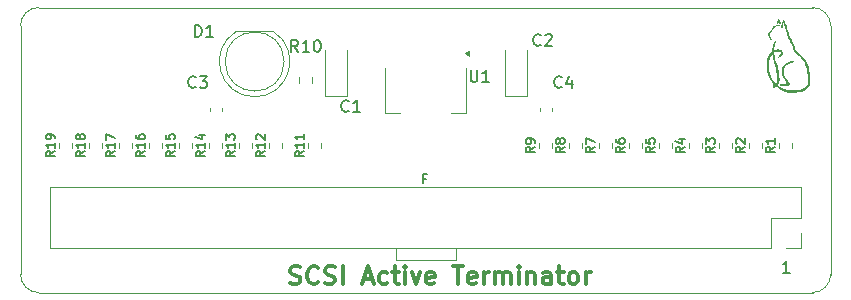
<source format=gbr>
%TF.GenerationSoftware,KiCad,Pcbnew,9.0.3-9.0.3-0~ubuntu22.04.1*%
%TF.CreationDate,2025-08-10T09:26:02-07:00*%
%TF.ProjectId,SCSI_terminator,53435349-5f74-4657-926d-696e61746f72,rev?*%
%TF.SameCoordinates,Original*%
%TF.FileFunction,Legend,Top*%
%TF.FilePolarity,Positive*%
%FSLAX46Y46*%
G04 Gerber Fmt 4.6, Leading zero omitted, Abs format (unit mm)*
G04 Created by KiCad (PCBNEW 9.0.3-9.0.3-0~ubuntu22.04.1) date 2025-08-10 09:26:02*
%MOMM*%
%LPD*%
G01*
G04 APERTURE LIST*
%ADD10C,0.127000*%
%ADD11C,0.300000*%
%ADD12C,0.150000*%
%ADD13C,0.100000*%
%ADD14C,0.120000*%
%ADD15C,0.002540*%
%TA.AperFunction,Profile*%
%ADD16C,0.050000*%
%TD*%
G04 APERTURE END LIST*
D10*
X179673647Y-110867056D02*
X179093075Y-110867056D01*
X179383361Y-110867056D02*
X179383361Y-109851056D01*
X179383361Y-109851056D02*
X179286599Y-109996199D01*
X179286599Y-109996199D02*
X179189837Y-110092961D01*
X179189837Y-110092961D02*
X179093075Y-110141342D01*
X148854980Y-102878998D02*
X148600980Y-102878998D01*
X148600980Y-103278141D02*
X148600980Y-102516141D01*
X148600980Y-102516141D02*
X148963837Y-102516141D01*
D11*
X137389082Y-111743400D02*
X137603368Y-111814828D01*
X137603368Y-111814828D02*
X137960510Y-111814828D01*
X137960510Y-111814828D02*
X138103368Y-111743400D01*
X138103368Y-111743400D02*
X138174796Y-111671971D01*
X138174796Y-111671971D02*
X138246225Y-111529114D01*
X138246225Y-111529114D02*
X138246225Y-111386257D01*
X138246225Y-111386257D02*
X138174796Y-111243400D01*
X138174796Y-111243400D02*
X138103368Y-111171971D01*
X138103368Y-111171971D02*
X137960510Y-111100542D01*
X137960510Y-111100542D02*
X137674796Y-111029114D01*
X137674796Y-111029114D02*
X137531939Y-110957685D01*
X137531939Y-110957685D02*
X137460510Y-110886257D01*
X137460510Y-110886257D02*
X137389082Y-110743400D01*
X137389082Y-110743400D02*
X137389082Y-110600542D01*
X137389082Y-110600542D02*
X137460510Y-110457685D01*
X137460510Y-110457685D02*
X137531939Y-110386257D01*
X137531939Y-110386257D02*
X137674796Y-110314828D01*
X137674796Y-110314828D02*
X138031939Y-110314828D01*
X138031939Y-110314828D02*
X138246225Y-110386257D01*
X139746224Y-111671971D02*
X139674796Y-111743400D01*
X139674796Y-111743400D02*
X139460510Y-111814828D01*
X139460510Y-111814828D02*
X139317653Y-111814828D01*
X139317653Y-111814828D02*
X139103367Y-111743400D01*
X139103367Y-111743400D02*
X138960510Y-111600542D01*
X138960510Y-111600542D02*
X138889081Y-111457685D01*
X138889081Y-111457685D02*
X138817653Y-111171971D01*
X138817653Y-111171971D02*
X138817653Y-110957685D01*
X138817653Y-110957685D02*
X138889081Y-110671971D01*
X138889081Y-110671971D02*
X138960510Y-110529114D01*
X138960510Y-110529114D02*
X139103367Y-110386257D01*
X139103367Y-110386257D02*
X139317653Y-110314828D01*
X139317653Y-110314828D02*
X139460510Y-110314828D01*
X139460510Y-110314828D02*
X139674796Y-110386257D01*
X139674796Y-110386257D02*
X139746224Y-110457685D01*
X140317653Y-111743400D02*
X140531939Y-111814828D01*
X140531939Y-111814828D02*
X140889081Y-111814828D01*
X140889081Y-111814828D02*
X141031939Y-111743400D01*
X141031939Y-111743400D02*
X141103367Y-111671971D01*
X141103367Y-111671971D02*
X141174796Y-111529114D01*
X141174796Y-111529114D02*
X141174796Y-111386257D01*
X141174796Y-111386257D02*
X141103367Y-111243400D01*
X141103367Y-111243400D02*
X141031939Y-111171971D01*
X141031939Y-111171971D02*
X140889081Y-111100542D01*
X140889081Y-111100542D02*
X140603367Y-111029114D01*
X140603367Y-111029114D02*
X140460510Y-110957685D01*
X140460510Y-110957685D02*
X140389081Y-110886257D01*
X140389081Y-110886257D02*
X140317653Y-110743400D01*
X140317653Y-110743400D02*
X140317653Y-110600542D01*
X140317653Y-110600542D02*
X140389081Y-110457685D01*
X140389081Y-110457685D02*
X140460510Y-110386257D01*
X140460510Y-110386257D02*
X140603367Y-110314828D01*
X140603367Y-110314828D02*
X140960510Y-110314828D01*
X140960510Y-110314828D02*
X141174796Y-110386257D01*
X141817652Y-111814828D02*
X141817652Y-110314828D01*
X143603367Y-111386257D02*
X144317653Y-111386257D01*
X143460510Y-111814828D02*
X143960510Y-110314828D01*
X143960510Y-110314828D02*
X144460510Y-111814828D01*
X145603367Y-111743400D02*
X145460509Y-111814828D01*
X145460509Y-111814828D02*
X145174795Y-111814828D01*
X145174795Y-111814828D02*
X145031938Y-111743400D01*
X145031938Y-111743400D02*
X144960509Y-111671971D01*
X144960509Y-111671971D02*
X144889081Y-111529114D01*
X144889081Y-111529114D02*
X144889081Y-111100542D01*
X144889081Y-111100542D02*
X144960509Y-110957685D01*
X144960509Y-110957685D02*
X145031938Y-110886257D01*
X145031938Y-110886257D02*
X145174795Y-110814828D01*
X145174795Y-110814828D02*
X145460509Y-110814828D01*
X145460509Y-110814828D02*
X145603367Y-110886257D01*
X146031938Y-110814828D02*
X146603366Y-110814828D01*
X146246223Y-110314828D02*
X146246223Y-111600542D01*
X146246223Y-111600542D02*
X146317652Y-111743400D01*
X146317652Y-111743400D02*
X146460509Y-111814828D01*
X146460509Y-111814828D02*
X146603366Y-111814828D01*
X147103366Y-111814828D02*
X147103366Y-110814828D01*
X147103366Y-110314828D02*
X147031938Y-110386257D01*
X147031938Y-110386257D02*
X147103366Y-110457685D01*
X147103366Y-110457685D02*
X147174795Y-110386257D01*
X147174795Y-110386257D02*
X147103366Y-110314828D01*
X147103366Y-110314828D02*
X147103366Y-110457685D01*
X147674795Y-110814828D02*
X148031938Y-111814828D01*
X148031938Y-111814828D02*
X148389081Y-110814828D01*
X149531938Y-111743400D02*
X149389081Y-111814828D01*
X149389081Y-111814828D02*
X149103367Y-111814828D01*
X149103367Y-111814828D02*
X148960509Y-111743400D01*
X148960509Y-111743400D02*
X148889081Y-111600542D01*
X148889081Y-111600542D02*
X148889081Y-111029114D01*
X148889081Y-111029114D02*
X148960509Y-110886257D01*
X148960509Y-110886257D02*
X149103367Y-110814828D01*
X149103367Y-110814828D02*
X149389081Y-110814828D01*
X149389081Y-110814828D02*
X149531938Y-110886257D01*
X149531938Y-110886257D02*
X149603367Y-111029114D01*
X149603367Y-111029114D02*
X149603367Y-111171971D01*
X149603367Y-111171971D02*
X148889081Y-111314828D01*
X151174795Y-110314828D02*
X152031938Y-110314828D01*
X151603366Y-111814828D02*
X151603366Y-110314828D01*
X153103366Y-111743400D02*
X152960509Y-111814828D01*
X152960509Y-111814828D02*
X152674795Y-111814828D01*
X152674795Y-111814828D02*
X152531937Y-111743400D01*
X152531937Y-111743400D02*
X152460509Y-111600542D01*
X152460509Y-111600542D02*
X152460509Y-111029114D01*
X152460509Y-111029114D02*
X152531937Y-110886257D01*
X152531937Y-110886257D02*
X152674795Y-110814828D01*
X152674795Y-110814828D02*
X152960509Y-110814828D01*
X152960509Y-110814828D02*
X153103366Y-110886257D01*
X153103366Y-110886257D02*
X153174795Y-111029114D01*
X153174795Y-111029114D02*
X153174795Y-111171971D01*
X153174795Y-111171971D02*
X152460509Y-111314828D01*
X153817651Y-111814828D02*
X153817651Y-110814828D01*
X153817651Y-111100542D02*
X153889080Y-110957685D01*
X153889080Y-110957685D02*
X153960509Y-110886257D01*
X153960509Y-110886257D02*
X154103366Y-110814828D01*
X154103366Y-110814828D02*
X154246223Y-110814828D01*
X154746222Y-111814828D02*
X154746222Y-110814828D01*
X154746222Y-110957685D02*
X154817651Y-110886257D01*
X154817651Y-110886257D02*
X154960508Y-110814828D01*
X154960508Y-110814828D02*
X155174794Y-110814828D01*
X155174794Y-110814828D02*
X155317651Y-110886257D01*
X155317651Y-110886257D02*
X155389080Y-111029114D01*
X155389080Y-111029114D02*
X155389080Y-111814828D01*
X155389080Y-111029114D02*
X155460508Y-110886257D01*
X155460508Y-110886257D02*
X155603365Y-110814828D01*
X155603365Y-110814828D02*
X155817651Y-110814828D01*
X155817651Y-110814828D02*
X155960508Y-110886257D01*
X155960508Y-110886257D02*
X156031937Y-111029114D01*
X156031937Y-111029114D02*
X156031937Y-111814828D01*
X156746222Y-111814828D02*
X156746222Y-110814828D01*
X156746222Y-110314828D02*
X156674794Y-110386257D01*
X156674794Y-110386257D02*
X156746222Y-110457685D01*
X156746222Y-110457685D02*
X156817651Y-110386257D01*
X156817651Y-110386257D02*
X156746222Y-110314828D01*
X156746222Y-110314828D02*
X156746222Y-110457685D01*
X157460508Y-110814828D02*
X157460508Y-111814828D01*
X157460508Y-110957685D02*
X157531937Y-110886257D01*
X157531937Y-110886257D02*
X157674794Y-110814828D01*
X157674794Y-110814828D02*
X157889080Y-110814828D01*
X157889080Y-110814828D02*
X158031937Y-110886257D01*
X158031937Y-110886257D02*
X158103366Y-111029114D01*
X158103366Y-111029114D02*
X158103366Y-111814828D01*
X159460509Y-111814828D02*
X159460509Y-111029114D01*
X159460509Y-111029114D02*
X159389080Y-110886257D01*
X159389080Y-110886257D02*
X159246223Y-110814828D01*
X159246223Y-110814828D02*
X158960509Y-110814828D01*
X158960509Y-110814828D02*
X158817651Y-110886257D01*
X159460509Y-111743400D02*
X159317651Y-111814828D01*
X159317651Y-111814828D02*
X158960509Y-111814828D01*
X158960509Y-111814828D02*
X158817651Y-111743400D01*
X158817651Y-111743400D02*
X158746223Y-111600542D01*
X158746223Y-111600542D02*
X158746223Y-111457685D01*
X158746223Y-111457685D02*
X158817651Y-111314828D01*
X158817651Y-111314828D02*
X158960509Y-111243400D01*
X158960509Y-111243400D02*
X159317651Y-111243400D01*
X159317651Y-111243400D02*
X159460509Y-111171971D01*
X159960509Y-110814828D02*
X160531937Y-110814828D01*
X160174794Y-110314828D02*
X160174794Y-111600542D01*
X160174794Y-111600542D02*
X160246223Y-111743400D01*
X160246223Y-111743400D02*
X160389080Y-111814828D01*
X160389080Y-111814828D02*
X160531937Y-111814828D01*
X161246223Y-111814828D02*
X161103366Y-111743400D01*
X161103366Y-111743400D02*
X161031937Y-111671971D01*
X161031937Y-111671971D02*
X160960509Y-111529114D01*
X160960509Y-111529114D02*
X160960509Y-111100542D01*
X160960509Y-111100542D02*
X161031937Y-110957685D01*
X161031937Y-110957685D02*
X161103366Y-110886257D01*
X161103366Y-110886257D02*
X161246223Y-110814828D01*
X161246223Y-110814828D02*
X161460509Y-110814828D01*
X161460509Y-110814828D02*
X161603366Y-110886257D01*
X161603366Y-110886257D02*
X161674795Y-110957685D01*
X161674795Y-110957685D02*
X161746223Y-111100542D01*
X161746223Y-111100542D02*
X161746223Y-111529114D01*
X161746223Y-111529114D02*
X161674795Y-111671971D01*
X161674795Y-111671971D02*
X161603366Y-111743400D01*
X161603366Y-111743400D02*
X161460509Y-111814828D01*
X161460509Y-111814828D02*
X161246223Y-111814828D01*
X162389080Y-111814828D02*
X162389080Y-110814828D01*
X162389080Y-111100542D02*
X162460509Y-110957685D01*
X162460509Y-110957685D02*
X162531938Y-110886257D01*
X162531938Y-110886257D02*
X162674795Y-110814828D01*
X162674795Y-110814828D02*
X162817652Y-110814828D01*
D12*
X129309905Y-90878819D02*
X129309905Y-89878819D01*
X129309905Y-89878819D02*
X129548000Y-89878819D01*
X129548000Y-89878819D02*
X129690857Y-89926438D01*
X129690857Y-89926438D02*
X129786095Y-90021676D01*
X129786095Y-90021676D02*
X129833714Y-90116914D01*
X129833714Y-90116914D02*
X129881333Y-90307390D01*
X129881333Y-90307390D02*
X129881333Y-90450247D01*
X129881333Y-90450247D02*
X129833714Y-90640723D01*
X129833714Y-90640723D02*
X129786095Y-90735961D01*
X129786095Y-90735961D02*
X129690857Y-90831200D01*
X129690857Y-90831200D02*
X129548000Y-90878819D01*
X129548000Y-90878819D02*
X129309905Y-90878819D01*
X130833714Y-90878819D02*
X130262286Y-90878819D01*
X130548000Y-90878819D02*
X130548000Y-89878819D01*
X130548000Y-89878819D02*
X130452762Y-90021676D01*
X130452762Y-90021676D02*
X130357524Y-90116914D01*
X130357524Y-90116914D02*
X130262286Y-90164533D01*
D10*
X165699911Y-100202999D02*
X165337054Y-100456999D01*
X165699911Y-100638428D02*
X164937911Y-100638428D01*
X164937911Y-100638428D02*
X164937911Y-100348142D01*
X164937911Y-100348142D02*
X164974197Y-100275571D01*
X164974197Y-100275571D02*
X165010483Y-100239285D01*
X165010483Y-100239285D02*
X165083054Y-100202999D01*
X165083054Y-100202999D02*
X165191911Y-100202999D01*
X165191911Y-100202999D02*
X165264483Y-100239285D01*
X165264483Y-100239285D02*
X165300768Y-100275571D01*
X165300768Y-100275571D02*
X165337054Y-100348142D01*
X165337054Y-100348142D02*
X165337054Y-100638428D01*
X164937911Y-99549857D02*
X164937911Y-99694999D01*
X164937911Y-99694999D02*
X164974197Y-99767571D01*
X164974197Y-99767571D02*
X165010483Y-99803857D01*
X165010483Y-99803857D02*
X165119340Y-99876428D01*
X165119340Y-99876428D02*
X165264483Y-99912714D01*
X165264483Y-99912714D02*
X165554768Y-99912714D01*
X165554768Y-99912714D02*
X165627340Y-99876428D01*
X165627340Y-99876428D02*
X165663626Y-99840142D01*
X165663626Y-99840142D02*
X165699911Y-99767571D01*
X165699911Y-99767571D02*
X165699911Y-99622428D01*
X165699911Y-99622428D02*
X165663626Y-99549857D01*
X165663626Y-99549857D02*
X165627340Y-99513571D01*
X165627340Y-99513571D02*
X165554768Y-99477285D01*
X165554768Y-99477285D02*
X165373340Y-99477285D01*
X165373340Y-99477285D02*
X165300768Y-99513571D01*
X165300768Y-99513571D02*
X165264483Y-99549857D01*
X165264483Y-99549857D02*
X165228197Y-99622428D01*
X165228197Y-99622428D02*
X165228197Y-99767571D01*
X165228197Y-99767571D02*
X165264483Y-99840142D01*
X165264483Y-99840142D02*
X165300768Y-99876428D01*
X165300768Y-99876428D02*
X165373340Y-99912714D01*
X122519911Y-100565856D02*
X122157054Y-100819856D01*
X122519911Y-101001285D02*
X121757911Y-101001285D01*
X121757911Y-101001285D02*
X121757911Y-100710999D01*
X121757911Y-100710999D02*
X121794197Y-100638428D01*
X121794197Y-100638428D02*
X121830483Y-100602142D01*
X121830483Y-100602142D02*
X121903054Y-100565856D01*
X121903054Y-100565856D02*
X122011911Y-100565856D01*
X122011911Y-100565856D02*
X122084483Y-100602142D01*
X122084483Y-100602142D02*
X122120768Y-100638428D01*
X122120768Y-100638428D02*
X122157054Y-100710999D01*
X122157054Y-100710999D02*
X122157054Y-101001285D01*
X122519911Y-99840142D02*
X122519911Y-100275571D01*
X122519911Y-100057856D02*
X121757911Y-100057856D01*
X121757911Y-100057856D02*
X121866768Y-100130428D01*
X121866768Y-100130428D02*
X121939340Y-100202999D01*
X121939340Y-100202999D02*
X121975626Y-100275571D01*
X121757911Y-99586142D02*
X121757911Y-99078142D01*
X121757911Y-99078142D02*
X122519911Y-99404714D01*
X163159911Y-100202999D02*
X162797054Y-100456999D01*
X163159911Y-100638428D02*
X162397911Y-100638428D01*
X162397911Y-100638428D02*
X162397911Y-100348142D01*
X162397911Y-100348142D02*
X162434197Y-100275571D01*
X162434197Y-100275571D02*
X162470483Y-100239285D01*
X162470483Y-100239285D02*
X162543054Y-100202999D01*
X162543054Y-100202999D02*
X162651911Y-100202999D01*
X162651911Y-100202999D02*
X162724483Y-100239285D01*
X162724483Y-100239285D02*
X162760768Y-100275571D01*
X162760768Y-100275571D02*
X162797054Y-100348142D01*
X162797054Y-100348142D02*
X162797054Y-100638428D01*
X162397911Y-99948999D02*
X162397911Y-99440999D01*
X162397911Y-99440999D02*
X163159911Y-99767571D01*
X178399911Y-100202999D02*
X178037054Y-100456999D01*
X178399911Y-100638428D02*
X177637911Y-100638428D01*
X177637911Y-100638428D02*
X177637911Y-100348142D01*
X177637911Y-100348142D02*
X177674197Y-100275571D01*
X177674197Y-100275571D02*
X177710483Y-100239285D01*
X177710483Y-100239285D02*
X177783054Y-100202999D01*
X177783054Y-100202999D02*
X177891911Y-100202999D01*
X177891911Y-100202999D02*
X177964483Y-100239285D01*
X177964483Y-100239285D02*
X178000768Y-100275571D01*
X178000768Y-100275571D02*
X178037054Y-100348142D01*
X178037054Y-100348142D02*
X178037054Y-100638428D01*
X178399911Y-99477285D02*
X178399911Y-99912714D01*
X178399911Y-99694999D02*
X177637911Y-99694999D01*
X177637911Y-99694999D02*
X177746768Y-99767571D01*
X177746768Y-99767571D02*
X177819340Y-99840142D01*
X177819340Y-99840142D02*
X177855626Y-99912714D01*
X160619911Y-100202999D02*
X160257054Y-100456999D01*
X160619911Y-100638428D02*
X159857911Y-100638428D01*
X159857911Y-100638428D02*
X159857911Y-100348142D01*
X159857911Y-100348142D02*
X159894197Y-100275571D01*
X159894197Y-100275571D02*
X159930483Y-100239285D01*
X159930483Y-100239285D02*
X160003054Y-100202999D01*
X160003054Y-100202999D02*
X160111911Y-100202999D01*
X160111911Y-100202999D02*
X160184483Y-100239285D01*
X160184483Y-100239285D02*
X160220768Y-100275571D01*
X160220768Y-100275571D02*
X160257054Y-100348142D01*
X160257054Y-100348142D02*
X160257054Y-100638428D01*
X160184483Y-99767571D02*
X160148197Y-99840142D01*
X160148197Y-99840142D02*
X160111911Y-99876428D01*
X160111911Y-99876428D02*
X160039340Y-99912714D01*
X160039340Y-99912714D02*
X160003054Y-99912714D01*
X160003054Y-99912714D02*
X159930483Y-99876428D01*
X159930483Y-99876428D02*
X159894197Y-99840142D01*
X159894197Y-99840142D02*
X159857911Y-99767571D01*
X159857911Y-99767571D02*
X159857911Y-99622428D01*
X159857911Y-99622428D02*
X159894197Y-99549857D01*
X159894197Y-99549857D02*
X159930483Y-99513571D01*
X159930483Y-99513571D02*
X160003054Y-99477285D01*
X160003054Y-99477285D02*
X160039340Y-99477285D01*
X160039340Y-99477285D02*
X160111911Y-99513571D01*
X160111911Y-99513571D02*
X160148197Y-99549857D01*
X160148197Y-99549857D02*
X160184483Y-99622428D01*
X160184483Y-99622428D02*
X160184483Y-99767571D01*
X160184483Y-99767571D02*
X160220768Y-99840142D01*
X160220768Y-99840142D02*
X160257054Y-99876428D01*
X160257054Y-99876428D02*
X160329626Y-99912714D01*
X160329626Y-99912714D02*
X160474768Y-99912714D01*
X160474768Y-99912714D02*
X160547340Y-99876428D01*
X160547340Y-99876428D02*
X160583626Y-99840142D01*
X160583626Y-99840142D02*
X160619911Y-99767571D01*
X160619911Y-99767571D02*
X160619911Y-99622428D01*
X160619911Y-99622428D02*
X160583626Y-99549857D01*
X160583626Y-99549857D02*
X160547340Y-99513571D01*
X160547340Y-99513571D02*
X160474768Y-99477285D01*
X160474768Y-99477285D02*
X160329626Y-99477285D01*
X160329626Y-99477285D02*
X160257054Y-99513571D01*
X160257054Y-99513571D02*
X160220768Y-99549857D01*
X160220768Y-99549857D02*
X160184483Y-99622428D01*
D12*
X152654095Y-93688819D02*
X152654095Y-94498342D01*
X152654095Y-94498342D02*
X152701714Y-94593580D01*
X152701714Y-94593580D02*
X152749333Y-94641200D01*
X152749333Y-94641200D02*
X152844571Y-94688819D01*
X152844571Y-94688819D02*
X153035047Y-94688819D01*
X153035047Y-94688819D02*
X153130285Y-94641200D01*
X153130285Y-94641200D02*
X153177904Y-94593580D01*
X153177904Y-94593580D02*
X153225523Y-94498342D01*
X153225523Y-94498342D02*
X153225523Y-93688819D01*
X154225523Y-94688819D02*
X153654095Y-94688819D01*
X153939809Y-94688819D02*
X153939809Y-93688819D01*
X153939809Y-93688819D02*
X153844571Y-93831676D01*
X153844571Y-93831676D02*
X153749333Y-93926914D01*
X153749333Y-93926914D02*
X153654095Y-93974533D01*
D10*
X125059911Y-100565856D02*
X124697054Y-100819856D01*
X125059911Y-101001285D02*
X124297911Y-101001285D01*
X124297911Y-101001285D02*
X124297911Y-100710999D01*
X124297911Y-100710999D02*
X124334197Y-100638428D01*
X124334197Y-100638428D02*
X124370483Y-100602142D01*
X124370483Y-100602142D02*
X124443054Y-100565856D01*
X124443054Y-100565856D02*
X124551911Y-100565856D01*
X124551911Y-100565856D02*
X124624483Y-100602142D01*
X124624483Y-100602142D02*
X124660768Y-100638428D01*
X124660768Y-100638428D02*
X124697054Y-100710999D01*
X124697054Y-100710999D02*
X124697054Y-101001285D01*
X125059911Y-99840142D02*
X125059911Y-100275571D01*
X125059911Y-100057856D02*
X124297911Y-100057856D01*
X124297911Y-100057856D02*
X124406768Y-100130428D01*
X124406768Y-100130428D02*
X124479340Y-100202999D01*
X124479340Y-100202999D02*
X124515626Y-100275571D01*
X124297911Y-99187000D02*
X124297911Y-99332142D01*
X124297911Y-99332142D02*
X124334197Y-99404714D01*
X124334197Y-99404714D02*
X124370483Y-99441000D01*
X124370483Y-99441000D02*
X124479340Y-99513571D01*
X124479340Y-99513571D02*
X124624483Y-99549857D01*
X124624483Y-99549857D02*
X124914768Y-99549857D01*
X124914768Y-99549857D02*
X124987340Y-99513571D01*
X124987340Y-99513571D02*
X125023626Y-99477285D01*
X125023626Y-99477285D02*
X125059911Y-99404714D01*
X125059911Y-99404714D02*
X125059911Y-99259571D01*
X125059911Y-99259571D02*
X125023626Y-99187000D01*
X125023626Y-99187000D02*
X124987340Y-99150714D01*
X124987340Y-99150714D02*
X124914768Y-99114428D01*
X124914768Y-99114428D02*
X124733340Y-99114428D01*
X124733340Y-99114428D02*
X124660768Y-99150714D01*
X124660768Y-99150714D02*
X124624483Y-99187000D01*
X124624483Y-99187000D02*
X124588197Y-99259571D01*
X124588197Y-99259571D02*
X124588197Y-99404714D01*
X124588197Y-99404714D02*
X124624483Y-99477285D01*
X124624483Y-99477285D02*
X124660768Y-99513571D01*
X124660768Y-99513571D02*
X124733340Y-99549857D01*
X130139911Y-100565856D02*
X129777054Y-100819856D01*
X130139911Y-101001285D02*
X129377911Y-101001285D01*
X129377911Y-101001285D02*
X129377911Y-100710999D01*
X129377911Y-100710999D02*
X129414197Y-100638428D01*
X129414197Y-100638428D02*
X129450483Y-100602142D01*
X129450483Y-100602142D02*
X129523054Y-100565856D01*
X129523054Y-100565856D02*
X129631911Y-100565856D01*
X129631911Y-100565856D02*
X129704483Y-100602142D01*
X129704483Y-100602142D02*
X129740768Y-100638428D01*
X129740768Y-100638428D02*
X129777054Y-100710999D01*
X129777054Y-100710999D02*
X129777054Y-101001285D01*
X130139911Y-99840142D02*
X130139911Y-100275571D01*
X130139911Y-100057856D02*
X129377911Y-100057856D01*
X129377911Y-100057856D02*
X129486768Y-100130428D01*
X129486768Y-100130428D02*
X129559340Y-100202999D01*
X129559340Y-100202999D02*
X129595626Y-100275571D01*
X129631911Y-99187000D02*
X130139911Y-99187000D01*
X129341626Y-99368428D02*
X129885911Y-99549857D01*
X129885911Y-99549857D02*
X129885911Y-99078142D01*
X119979911Y-100565856D02*
X119617054Y-100819856D01*
X119979911Y-101001285D02*
X119217911Y-101001285D01*
X119217911Y-101001285D02*
X119217911Y-100710999D01*
X119217911Y-100710999D02*
X119254197Y-100638428D01*
X119254197Y-100638428D02*
X119290483Y-100602142D01*
X119290483Y-100602142D02*
X119363054Y-100565856D01*
X119363054Y-100565856D02*
X119471911Y-100565856D01*
X119471911Y-100565856D02*
X119544483Y-100602142D01*
X119544483Y-100602142D02*
X119580768Y-100638428D01*
X119580768Y-100638428D02*
X119617054Y-100710999D01*
X119617054Y-100710999D02*
X119617054Y-101001285D01*
X119979911Y-99840142D02*
X119979911Y-100275571D01*
X119979911Y-100057856D02*
X119217911Y-100057856D01*
X119217911Y-100057856D02*
X119326768Y-100130428D01*
X119326768Y-100130428D02*
X119399340Y-100202999D01*
X119399340Y-100202999D02*
X119435626Y-100275571D01*
X119544483Y-99404714D02*
X119508197Y-99477285D01*
X119508197Y-99477285D02*
X119471911Y-99513571D01*
X119471911Y-99513571D02*
X119399340Y-99549857D01*
X119399340Y-99549857D02*
X119363054Y-99549857D01*
X119363054Y-99549857D02*
X119290483Y-99513571D01*
X119290483Y-99513571D02*
X119254197Y-99477285D01*
X119254197Y-99477285D02*
X119217911Y-99404714D01*
X119217911Y-99404714D02*
X119217911Y-99259571D01*
X119217911Y-99259571D02*
X119254197Y-99187000D01*
X119254197Y-99187000D02*
X119290483Y-99150714D01*
X119290483Y-99150714D02*
X119363054Y-99114428D01*
X119363054Y-99114428D02*
X119399340Y-99114428D01*
X119399340Y-99114428D02*
X119471911Y-99150714D01*
X119471911Y-99150714D02*
X119508197Y-99187000D01*
X119508197Y-99187000D02*
X119544483Y-99259571D01*
X119544483Y-99259571D02*
X119544483Y-99404714D01*
X119544483Y-99404714D02*
X119580768Y-99477285D01*
X119580768Y-99477285D02*
X119617054Y-99513571D01*
X119617054Y-99513571D02*
X119689626Y-99549857D01*
X119689626Y-99549857D02*
X119834768Y-99549857D01*
X119834768Y-99549857D02*
X119907340Y-99513571D01*
X119907340Y-99513571D02*
X119943626Y-99477285D01*
X119943626Y-99477285D02*
X119979911Y-99404714D01*
X119979911Y-99404714D02*
X119979911Y-99259571D01*
X119979911Y-99259571D02*
X119943626Y-99187000D01*
X119943626Y-99187000D02*
X119907340Y-99150714D01*
X119907340Y-99150714D02*
X119834768Y-99114428D01*
X119834768Y-99114428D02*
X119689626Y-99114428D01*
X119689626Y-99114428D02*
X119617054Y-99150714D01*
X119617054Y-99150714D02*
X119580768Y-99187000D01*
X119580768Y-99187000D02*
X119544483Y-99259571D01*
D12*
X158583333Y-91545580D02*
X158535714Y-91593200D01*
X158535714Y-91593200D02*
X158392857Y-91640819D01*
X158392857Y-91640819D02*
X158297619Y-91640819D01*
X158297619Y-91640819D02*
X158154762Y-91593200D01*
X158154762Y-91593200D02*
X158059524Y-91497961D01*
X158059524Y-91497961D02*
X158011905Y-91402723D01*
X158011905Y-91402723D02*
X157964286Y-91212247D01*
X157964286Y-91212247D02*
X157964286Y-91069390D01*
X157964286Y-91069390D02*
X158011905Y-90878914D01*
X158011905Y-90878914D02*
X158059524Y-90783676D01*
X158059524Y-90783676D02*
X158154762Y-90688438D01*
X158154762Y-90688438D02*
X158297619Y-90640819D01*
X158297619Y-90640819D02*
X158392857Y-90640819D01*
X158392857Y-90640819D02*
X158535714Y-90688438D01*
X158535714Y-90688438D02*
X158583333Y-90736057D01*
X158964286Y-90736057D02*
X159011905Y-90688438D01*
X159011905Y-90688438D02*
X159107143Y-90640819D01*
X159107143Y-90640819D02*
X159345238Y-90640819D01*
X159345238Y-90640819D02*
X159440476Y-90688438D01*
X159440476Y-90688438D02*
X159488095Y-90736057D01*
X159488095Y-90736057D02*
X159535714Y-90831295D01*
X159535714Y-90831295D02*
X159535714Y-90926533D01*
X159535714Y-90926533D02*
X159488095Y-91069390D01*
X159488095Y-91069390D02*
X158916667Y-91640819D01*
X158916667Y-91640819D02*
X159535714Y-91640819D01*
X138041142Y-92148819D02*
X137707809Y-91672628D01*
X137469714Y-92148819D02*
X137469714Y-91148819D01*
X137469714Y-91148819D02*
X137850666Y-91148819D01*
X137850666Y-91148819D02*
X137945904Y-91196438D01*
X137945904Y-91196438D02*
X137993523Y-91244057D01*
X137993523Y-91244057D02*
X138041142Y-91339295D01*
X138041142Y-91339295D02*
X138041142Y-91482152D01*
X138041142Y-91482152D02*
X137993523Y-91577390D01*
X137993523Y-91577390D02*
X137945904Y-91625009D01*
X137945904Y-91625009D02*
X137850666Y-91672628D01*
X137850666Y-91672628D02*
X137469714Y-91672628D01*
X138993523Y-92148819D02*
X138422095Y-92148819D01*
X138707809Y-92148819D02*
X138707809Y-91148819D01*
X138707809Y-91148819D02*
X138612571Y-91291676D01*
X138612571Y-91291676D02*
X138517333Y-91386914D01*
X138517333Y-91386914D02*
X138422095Y-91434533D01*
X139612571Y-91148819D02*
X139707809Y-91148819D01*
X139707809Y-91148819D02*
X139803047Y-91196438D01*
X139803047Y-91196438D02*
X139850666Y-91244057D01*
X139850666Y-91244057D02*
X139898285Y-91339295D01*
X139898285Y-91339295D02*
X139945904Y-91529771D01*
X139945904Y-91529771D02*
X139945904Y-91767866D01*
X139945904Y-91767866D02*
X139898285Y-91958342D01*
X139898285Y-91958342D02*
X139850666Y-92053580D01*
X139850666Y-92053580D02*
X139803047Y-92101200D01*
X139803047Y-92101200D02*
X139707809Y-92148819D01*
X139707809Y-92148819D02*
X139612571Y-92148819D01*
X139612571Y-92148819D02*
X139517333Y-92101200D01*
X139517333Y-92101200D02*
X139469714Y-92053580D01*
X139469714Y-92053580D02*
X139422095Y-91958342D01*
X139422095Y-91958342D02*
X139374476Y-91767866D01*
X139374476Y-91767866D02*
X139374476Y-91529771D01*
X139374476Y-91529771D02*
X139422095Y-91339295D01*
X139422095Y-91339295D02*
X139469714Y-91244057D01*
X139469714Y-91244057D02*
X139517333Y-91196438D01*
X139517333Y-91196438D02*
X139612571Y-91148819D01*
D10*
X135219911Y-100565856D02*
X134857054Y-100819856D01*
X135219911Y-101001285D02*
X134457911Y-101001285D01*
X134457911Y-101001285D02*
X134457911Y-100710999D01*
X134457911Y-100710999D02*
X134494197Y-100638428D01*
X134494197Y-100638428D02*
X134530483Y-100602142D01*
X134530483Y-100602142D02*
X134603054Y-100565856D01*
X134603054Y-100565856D02*
X134711911Y-100565856D01*
X134711911Y-100565856D02*
X134784483Y-100602142D01*
X134784483Y-100602142D02*
X134820768Y-100638428D01*
X134820768Y-100638428D02*
X134857054Y-100710999D01*
X134857054Y-100710999D02*
X134857054Y-101001285D01*
X135219911Y-99840142D02*
X135219911Y-100275571D01*
X135219911Y-100057856D02*
X134457911Y-100057856D01*
X134457911Y-100057856D02*
X134566768Y-100130428D01*
X134566768Y-100130428D02*
X134639340Y-100202999D01*
X134639340Y-100202999D02*
X134675626Y-100275571D01*
X134530483Y-99549857D02*
X134494197Y-99513571D01*
X134494197Y-99513571D02*
X134457911Y-99441000D01*
X134457911Y-99441000D02*
X134457911Y-99259571D01*
X134457911Y-99259571D02*
X134494197Y-99187000D01*
X134494197Y-99187000D02*
X134530483Y-99150714D01*
X134530483Y-99150714D02*
X134603054Y-99114428D01*
X134603054Y-99114428D02*
X134675626Y-99114428D01*
X134675626Y-99114428D02*
X134784483Y-99150714D01*
X134784483Y-99150714D02*
X135219911Y-99586142D01*
X135219911Y-99586142D02*
X135219911Y-99114428D01*
D12*
X160361333Y-95101580D02*
X160313714Y-95149200D01*
X160313714Y-95149200D02*
X160170857Y-95196819D01*
X160170857Y-95196819D02*
X160075619Y-95196819D01*
X160075619Y-95196819D02*
X159932762Y-95149200D01*
X159932762Y-95149200D02*
X159837524Y-95053961D01*
X159837524Y-95053961D02*
X159789905Y-94958723D01*
X159789905Y-94958723D02*
X159742286Y-94768247D01*
X159742286Y-94768247D02*
X159742286Y-94625390D01*
X159742286Y-94625390D02*
X159789905Y-94434914D01*
X159789905Y-94434914D02*
X159837524Y-94339676D01*
X159837524Y-94339676D02*
X159932762Y-94244438D01*
X159932762Y-94244438D02*
X160075619Y-94196819D01*
X160075619Y-94196819D02*
X160170857Y-94196819D01*
X160170857Y-94196819D02*
X160313714Y-94244438D01*
X160313714Y-94244438D02*
X160361333Y-94292057D01*
X161218476Y-94530152D02*
X161218476Y-95196819D01*
X160980381Y-94149200D02*
X160742286Y-94863485D01*
X160742286Y-94863485D02*
X161361333Y-94863485D01*
D10*
X173319911Y-100202999D02*
X172957054Y-100456999D01*
X173319911Y-100638428D02*
X172557911Y-100638428D01*
X172557911Y-100638428D02*
X172557911Y-100348142D01*
X172557911Y-100348142D02*
X172594197Y-100275571D01*
X172594197Y-100275571D02*
X172630483Y-100239285D01*
X172630483Y-100239285D02*
X172703054Y-100202999D01*
X172703054Y-100202999D02*
X172811911Y-100202999D01*
X172811911Y-100202999D02*
X172884483Y-100239285D01*
X172884483Y-100239285D02*
X172920768Y-100275571D01*
X172920768Y-100275571D02*
X172957054Y-100348142D01*
X172957054Y-100348142D02*
X172957054Y-100638428D01*
X172557911Y-99948999D02*
X172557911Y-99477285D01*
X172557911Y-99477285D02*
X172848197Y-99731285D01*
X172848197Y-99731285D02*
X172848197Y-99622428D01*
X172848197Y-99622428D02*
X172884483Y-99549857D01*
X172884483Y-99549857D02*
X172920768Y-99513571D01*
X172920768Y-99513571D02*
X172993340Y-99477285D01*
X172993340Y-99477285D02*
X173174768Y-99477285D01*
X173174768Y-99477285D02*
X173247340Y-99513571D01*
X173247340Y-99513571D02*
X173283626Y-99549857D01*
X173283626Y-99549857D02*
X173319911Y-99622428D01*
X173319911Y-99622428D02*
X173319911Y-99840142D01*
X173319911Y-99840142D02*
X173283626Y-99912714D01*
X173283626Y-99912714D02*
X173247340Y-99948999D01*
X117439911Y-100565856D02*
X117077054Y-100819856D01*
X117439911Y-101001285D02*
X116677911Y-101001285D01*
X116677911Y-101001285D02*
X116677911Y-100710999D01*
X116677911Y-100710999D02*
X116714197Y-100638428D01*
X116714197Y-100638428D02*
X116750483Y-100602142D01*
X116750483Y-100602142D02*
X116823054Y-100565856D01*
X116823054Y-100565856D02*
X116931911Y-100565856D01*
X116931911Y-100565856D02*
X117004483Y-100602142D01*
X117004483Y-100602142D02*
X117040768Y-100638428D01*
X117040768Y-100638428D02*
X117077054Y-100710999D01*
X117077054Y-100710999D02*
X117077054Y-101001285D01*
X117439911Y-99840142D02*
X117439911Y-100275571D01*
X117439911Y-100057856D02*
X116677911Y-100057856D01*
X116677911Y-100057856D02*
X116786768Y-100130428D01*
X116786768Y-100130428D02*
X116859340Y-100202999D01*
X116859340Y-100202999D02*
X116895626Y-100275571D01*
X117439911Y-99477285D02*
X117439911Y-99332142D01*
X117439911Y-99332142D02*
X117403626Y-99259571D01*
X117403626Y-99259571D02*
X117367340Y-99223285D01*
X117367340Y-99223285D02*
X117258483Y-99150714D01*
X117258483Y-99150714D02*
X117113340Y-99114428D01*
X117113340Y-99114428D02*
X116823054Y-99114428D01*
X116823054Y-99114428D02*
X116750483Y-99150714D01*
X116750483Y-99150714D02*
X116714197Y-99187000D01*
X116714197Y-99187000D02*
X116677911Y-99259571D01*
X116677911Y-99259571D02*
X116677911Y-99404714D01*
X116677911Y-99404714D02*
X116714197Y-99477285D01*
X116714197Y-99477285D02*
X116750483Y-99513571D01*
X116750483Y-99513571D02*
X116823054Y-99549857D01*
X116823054Y-99549857D02*
X117004483Y-99549857D01*
X117004483Y-99549857D02*
X117077054Y-99513571D01*
X117077054Y-99513571D02*
X117113340Y-99477285D01*
X117113340Y-99477285D02*
X117149626Y-99404714D01*
X117149626Y-99404714D02*
X117149626Y-99259571D01*
X117149626Y-99259571D02*
X117113340Y-99187000D01*
X117113340Y-99187000D02*
X117077054Y-99150714D01*
X117077054Y-99150714D02*
X117004483Y-99114428D01*
X158079911Y-100202999D02*
X157717054Y-100456999D01*
X158079911Y-100638428D02*
X157317911Y-100638428D01*
X157317911Y-100638428D02*
X157317911Y-100348142D01*
X157317911Y-100348142D02*
X157354197Y-100275571D01*
X157354197Y-100275571D02*
X157390483Y-100239285D01*
X157390483Y-100239285D02*
X157463054Y-100202999D01*
X157463054Y-100202999D02*
X157571911Y-100202999D01*
X157571911Y-100202999D02*
X157644483Y-100239285D01*
X157644483Y-100239285D02*
X157680768Y-100275571D01*
X157680768Y-100275571D02*
X157717054Y-100348142D01*
X157717054Y-100348142D02*
X157717054Y-100638428D01*
X158079911Y-99840142D02*
X158079911Y-99694999D01*
X158079911Y-99694999D02*
X158043626Y-99622428D01*
X158043626Y-99622428D02*
X158007340Y-99586142D01*
X158007340Y-99586142D02*
X157898483Y-99513571D01*
X157898483Y-99513571D02*
X157753340Y-99477285D01*
X157753340Y-99477285D02*
X157463054Y-99477285D01*
X157463054Y-99477285D02*
X157390483Y-99513571D01*
X157390483Y-99513571D02*
X157354197Y-99549857D01*
X157354197Y-99549857D02*
X157317911Y-99622428D01*
X157317911Y-99622428D02*
X157317911Y-99767571D01*
X157317911Y-99767571D02*
X157354197Y-99840142D01*
X157354197Y-99840142D02*
X157390483Y-99876428D01*
X157390483Y-99876428D02*
X157463054Y-99912714D01*
X157463054Y-99912714D02*
X157644483Y-99912714D01*
X157644483Y-99912714D02*
X157717054Y-99876428D01*
X157717054Y-99876428D02*
X157753340Y-99840142D01*
X157753340Y-99840142D02*
X157789626Y-99767571D01*
X157789626Y-99767571D02*
X157789626Y-99622428D01*
X157789626Y-99622428D02*
X157753340Y-99549857D01*
X157753340Y-99549857D02*
X157717054Y-99513571D01*
X157717054Y-99513571D02*
X157644483Y-99477285D01*
X127599911Y-100565856D02*
X127237054Y-100819856D01*
X127599911Y-101001285D02*
X126837911Y-101001285D01*
X126837911Y-101001285D02*
X126837911Y-100710999D01*
X126837911Y-100710999D02*
X126874197Y-100638428D01*
X126874197Y-100638428D02*
X126910483Y-100602142D01*
X126910483Y-100602142D02*
X126983054Y-100565856D01*
X126983054Y-100565856D02*
X127091911Y-100565856D01*
X127091911Y-100565856D02*
X127164483Y-100602142D01*
X127164483Y-100602142D02*
X127200768Y-100638428D01*
X127200768Y-100638428D02*
X127237054Y-100710999D01*
X127237054Y-100710999D02*
X127237054Y-101001285D01*
X127599911Y-99840142D02*
X127599911Y-100275571D01*
X127599911Y-100057856D02*
X126837911Y-100057856D01*
X126837911Y-100057856D02*
X126946768Y-100130428D01*
X126946768Y-100130428D02*
X127019340Y-100202999D01*
X127019340Y-100202999D02*
X127055626Y-100275571D01*
X126837911Y-99150714D02*
X126837911Y-99513571D01*
X126837911Y-99513571D02*
X127200768Y-99549857D01*
X127200768Y-99549857D02*
X127164483Y-99513571D01*
X127164483Y-99513571D02*
X127128197Y-99441000D01*
X127128197Y-99441000D02*
X127128197Y-99259571D01*
X127128197Y-99259571D02*
X127164483Y-99187000D01*
X127164483Y-99187000D02*
X127200768Y-99150714D01*
X127200768Y-99150714D02*
X127273340Y-99114428D01*
X127273340Y-99114428D02*
X127454768Y-99114428D01*
X127454768Y-99114428D02*
X127527340Y-99150714D01*
X127527340Y-99150714D02*
X127563626Y-99187000D01*
X127563626Y-99187000D02*
X127599911Y-99259571D01*
X127599911Y-99259571D02*
X127599911Y-99441000D01*
X127599911Y-99441000D02*
X127563626Y-99513571D01*
X127563626Y-99513571D02*
X127527340Y-99549857D01*
X132679911Y-100565856D02*
X132317054Y-100819856D01*
X132679911Y-101001285D02*
X131917911Y-101001285D01*
X131917911Y-101001285D02*
X131917911Y-100710999D01*
X131917911Y-100710999D02*
X131954197Y-100638428D01*
X131954197Y-100638428D02*
X131990483Y-100602142D01*
X131990483Y-100602142D02*
X132063054Y-100565856D01*
X132063054Y-100565856D02*
X132171911Y-100565856D01*
X132171911Y-100565856D02*
X132244483Y-100602142D01*
X132244483Y-100602142D02*
X132280768Y-100638428D01*
X132280768Y-100638428D02*
X132317054Y-100710999D01*
X132317054Y-100710999D02*
X132317054Y-101001285D01*
X132679911Y-99840142D02*
X132679911Y-100275571D01*
X132679911Y-100057856D02*
X131917911Y-100057856D01*
X131917911Y-100057856D02*
X132026768Y-100130428D01*
X132026768Y-100130428D02*
X132099340Y-100202999D01*
X132099340Y-100202999D02*
X132135626Y-100275571D01*
X131917911Y-99586142D02*
X131917911Y-99114428D01*
X131917911Y-99114428D02*
X132208197Y-99368428D01*
X132208197Y-99368428D02*
X132208197Y-99259571D01*
X132208197Y-99259571D02*
X132244483Y-99187000D01*
X132244483Y-99187000D02*
X132280768Y-99150714D01*
X132280768Y-99150714D02*
X132353340Y-99114428D01*
X132353340Y-99114428D02*
X132534768Y-99114428D01*
X132534768Y-99114428D02*
X132607340Y-99150714D01*
X132607340Y-99150714D02*
X132643626Y-99187000D01*
X132643626Y-99187000D02*
X132679911Y-99259571D01*
X132679911Y-99259571D02*
X132679911Y-99477285D01*
X132679911Y-99477285D02*
X132643626Y-99549857D01*
X132643626Y-99549857D02*
X132607340Y-99586142D01*
X170779911Y-100202999D02*
X170417054Y-100456999D01*
X170779911Y-100638428D02*
X170017911Y-100638428D01*
X170017911Y-100638428D02*
X170017911Y-100348142D01*
X170017911Y-100348142D02*
X170054197Y-100275571D01*
X170054197Y-100275571D02*
X170090483Y-100239285D01*
X170090483Y-100239285D02*
X170163054Y-100202999D01*
X170163054Y-100202999D02*
X170271911Y-100202999D01*
X170271911Y-100202999D02*
X170344483Y-100239285D01*
X170344483Y-100239285D02*
X170380768Y-100275571D01*
X170380768Y-100275571D02*
X170417054Y-100348142D01*
X170417054Y-100348142D02*
X170417054Y-100638428D01*
X170271911Y-99549857D02*
X170779911Y-99549857D01*
X169981626Y-99731285D02*
X170525911Y-99912714D01*
X170525911Y-99912714D02*
X170525911Y-99440999D01*
X168239911Y-100202999D02*
X167877054Y-100456999D01*
X168239911Y-100638428D02*
X167477911Y-100638428D01*
X167477911Y-100638428D02*
X167477911Y-100348142D01*
X167477911Y-100348142D02*
X167514197Y-100275571D01*
X167514197Y-100275571D02*
X167550483Y-100239285D01*
X167550483Y-100239285D02*
X167623054Y-100202999D01*
X167623054Y-100202999D02*
X167731911Y-100202999D01*
X167731911Y-100202999D02*
X167804483Y-100239285D01*
X167804483Y-100239285D02*
X167840768Y-100275571D01*
X167840768Y-100275571D02*
X167877054Y-100348142D01*
X167877054Y-100348142D02*
X167877054Y-100638428D01*
X167477911Y-99513571D02*
X167477911Y-99876428D01*
X167477911Y-99876428D02*
X167840768Y-99912714D01*
X167840768Y-99912714D02*
X167804483Y-99876428D01*
X167804483Y-99876428D02*
X167768197Y-99803857D01*
X167768197Y-99803857D02*
X167768197Y-99622428D01*
X167768197Y-99622428D02*
X167804483Y-99549857D01*
X167804483Y-99549857D02*
X167840768Y-99513571D01*
X167840768Y-99513571D02*
X167913340Y-99477285D01*
X167913340Y-99477285D02*
X168094768Y-99477285D01*
X168094768Y-99477285D02*
X168167340Y-99513571D01*
X168167340Y-99513571D02*
X168203626Y-99549857D01*
X168203626Y-99549857D02*
X168239911Y-99622428D01*
X168239911Y-99622428D02*
X168239911Y-99803857D01*
X168239911Y-99803857D02*
X168203626Y-99876428D01*
X168203626Y-99876428D02*
X168167340Y-99912714D01*
D12*
X142327333Y-97133580D02*
X142279714Y-97181200D01*
X142279714Y-97181200D02*
X142136857Y-97228819D01*
X142136857Y-97228819D02*
X142041619Y-97228819D01*
X142041619Y-97228819D02*
X141898762Y-97181200D01*
X141898762Y-97181200D02*
X141803524Y-97085961D01*
X141803524Y-97085961D02*
X141755905Y-96990723D01*
X141755905Y-96990723D02*
X141708286Y-96800247D01*
X141708286Y-96800247D02*
X141708286Y-96657390D01*
X141708286Y-96657390D02*
X141755905Y-96466914D01*
X141755905Y-96466914D02*
X141803524Y-96371676D01*
X141803524Y-96371676D02*
X141898762Y-96276438D01*
X141898762Y-96276438D02*
X142041619Y-96228819D01*
X142041619Y-96228819D02*
X142136857Y-96228819D01*
X142136857Y-96228819D02*
X142279714Y-96276438D01*
X142279714Y-96276438D02*
X142327333Y-96324057D01*
X143279714Y-97228819D02*
X142708286Y-97228819D01*
X142994000Y-97228819D02*
X142994000Y-96228819D01*
X142994000Y-96228819D02*
X142898762Y-96371676D01*
X142898762Y-96371676D02*
X142803524Y-96466914D01*
X142803524Y-96466914D02*
X142708286Y-96514533D01*
D10*
X175859911Y-100202999D02*
X175497054Y-100456999D01*
X175859911Y-100638428D02*
X175097911Y-100638428D01*
X175097911Y-100638428D02*
X175097911Y-100348142D01*
X175097911Y-100348142D02*
X175134197Y-100275571D01*
X175134197Y-100275571D02*
X175170483Y-100239285D01*
X175170483Y-100239285D02*
X175243054Y-100202999D01*
X175243054Y-100202999D02*
X175351911Y-100202999D01*
X175351911Y-100202999D02*
X175424483Y-100239285D01*
X175424483Y-100239285D02*
X175460768Y-100275571D01*
X175460768Y-100275571D02*
X175497054Y-100348142D01*
X175497054Y-100348142D02*
X175497054Y-100638428D01*
X175170483Y-99912714D02*
X175134197Y-99876428D01*
X175134197Y-99876428D02*
X175097911Y-99803857D01*
X175097911Y-99803857D02*
X175097911Y-99622428D01*
X175097911Y-99622428D02*
X175134197Y-99549857D01*
X175134197Y-99549857D02*
X175170483Y-99513571D01*
X175170483Y-99513571D02*
X175243054Y-99477285D01*
X175243054Y-99477285D02*
X175315626Y-99477285D01*
X175315626Y-99477285D02*
X175424483Y-99513571D01*
X175424483Y-99513571D02*
X175859911Y-99948999D01*
X175859911Y-99948999D02*
X175859911Y-99477285D01*
X138521911Y-100565856D02*
X138159054Y-100819856D01*
X138521911Y-101001285D02*
X137759911Y-101001285D01*
X137759911Y-101001285D02*
X137759911Y-100710999D01*
X137759911Y-100710999D02*
X137796197Y-100638428D01*
X137796197Y-100638428D02*
X137832483Y-100602142D01*
X137832483Y-100602142D02*
X137905054Y-100565856D01*
X137905054Y-100565856D02*
X138013911Y-100565856D01*
X138013911Y-100565856D02*
X138086483Y-100602142D01*
X138086483Y-100602142D02*
X138122768Y-100638428D01*
X138122768Y-100638428D02*
X138159054Y-100710999D01*
X138159054Y-100710999D02*
X138159054Y-101001285D01*
X138521911Y-99840142D02*
X138521911Y-100275571D01*
X138521911Y-100057856D02*
X137759911Y-100057856D01*
X137759911Y-100057856D02*
X137868768Y-100130428D01*
X137868768Y-100130428D02*
X137941340Y-100202999D01*
X137941340Y-100202999D02*
X137977626Y-100275571D01*
X138521911Y-99114428D02*
X138521911Y-99549857D01*
X138521911Y-99332142D02*
X137759911Y-99332142D01*
X137759911Y-99332142D02*
X137868768Y-99404714D01*
X137868768Y-99404714D02*
X137941340Y-99477285D01*
X137941340Y-99477285D02*
X137977626Y-99549857D01*
D12*
X129373333Y-95101580D02*
X129325714Y-95149200D01*
X129325714Y-95149200D02*
X129182857Y-95196819D01*
X129182857Y-95196819D02*
X129087619Y-95196819D01*
X129087619Y-95196819D02*
X128944762Y-95149200D01*
X128944762Y-95149200D02*
X128849524Y-95053961D01*
X128849524Y-95053961D02*
X128801905Y-94958723D01*
X128801905Y-94958723D02*
X128754286Y-94768247D01*
X128754286Y-94768247D02*
X128754286Y-94625390D01*
X128754286Y-94625390D02*
X128801905Y-94434914D01*
X128801905Y-94434914D02*
X128849524Y-94339676D01*
X128849524Y-94339676D02*
X128944762Y-94244438D01*
X128944762Y-94244438D02*
X129087619Y-94196819D01*
X129087619Y-94196819D02*
X129182857Y-94196819D01*
X129182857Y-94196819D02*
X129325714Y-94244438D01*
X129325714Y-94244438D02*
X129373333Y-94292057D01*
X129706667Y-94196819D02*
X130325714Y-94196819D01*
X130325714Y-94196819D02*
X129992381Y-94577771D01*
X129992381Y-94577771D02*
X130135238Y-94577771D01*
X130135238Y-94577771D02*
X130230476Y-94625390D01*
X130230476Y-94625390D02*
X130278095Y-94673009D01*
X130278095Y-94673009D02*
X130325714Y-94768247D01*
X130325714Y-94768247D02*
X130325714Y-95006342D01*
X130325714Y-95006342D02*
X130278095Y-95101580D01*
X130278095Y-95101580D02*
X130230476Y-95149200D01*
X130230476Y-95149200D02*
X130135238Y-95196819D01*
X130135238Y-95196819D02*
X129849524Y-95196819D01*
X129849524Y-95196819D02*
X129754286Y-95149200D01*
X129754286Y-95149200D02*
X129706667Y-95101580D01*
D13*
%TO.C,J1*%
X146304000Y-109728000D02*
X146304000Y-108712000D01*
X151384000Y-109728000D02*
X146304000Y-109728000D01*
X151384000Y-108712000D02*
X151384000Y-109728000D01*
D14*
X180654000Y-103572000D02*
X117034000Y-103572000D01*
X180654000Y-106172000D02*
X180654000Y-103572000D01*
X180654000Y-108772000D02*
X180654000Y-107442000D01*
X179324000Y-108772000D02*
X180654000Y-108772000D01*
X178054000Y-106172000D02*
X180654000Y-106172000D01*
X178054000Y-108772000D02*
X178054000Y-106172000D01*
X178054000Y-108772000D02*
X117034000Y-108772000D01*
X117034000Y-108772000D02*
X117034000Y-103572000D01*
%TO.C,D1*%
X135911000Y-90404000D02*
X132821000Y-90404000D01*
X134366462Y-95954000D02*
G75*
G02*
X132821170Y-90404000I-462J2990000D01*
G01*
X135910830Y-90404000D02*
G75*
G02*
X134365538Y-95954000I-1544830J-2560000D01*
G01*
X136866000Y-92964000D02*
G75*
G02*
X131866000Y-92964000I-2500000J0D01*
G01*
X131866000Y-92964000D02*
G75*
G02*
X136866000Y-92964000I2500000J0D01*
G01*
D15*
%TO.C,VAL*%
X178694080Y-89392760D02*
X178727100Y-89438480D01*
X178762660Y-89504520D01*
X178795680Y-89580720D01*
X178821080Y-89651840D01*
X178828700Y-89705180D01*
X178826160Y-89705180D01*
X178818540Y-89738200D01*
X178803300Y-89728040D01*
X178775360Y-89672160D01*
X178775360Y-89669620D01*
X178742340Y-89595960D01*
X178719480Y-89540080D01*
X178716940Y-89532460D01*
X178699160Y-89527380D01*
X178671220Y-89573100D01*
X178653440Y-89608660D01*
X178625500Y-89674700D01*
X178600100Y-89712800D01*
X178595020Y-89712800D01*
X178592480Y-89682320D01*
X178602640Y-89616280D01*
X178620420Y-89535000D01*
X178643280Y-89456260D01*
X178663600Y-89400380D01*
X178671220Y-89387680D01*
X178694080Y-89392760D01*
G36*
X178694080Y-89392760D02*
G01*
X178727100Y-89438480D01*
X178762660Y-89504520D01*
X178795680Y-89580720D01*
X178821080Y-89651840D01*
X178828700Y-89705180D01*
X178826160Y-89705180D01*
X178818540Y-89738200D01*
X178803300Y-89728040D01*
X178775360Y-89672160D01*
X178775360Y-89669620D01*
X178742340Y-89595960D01*
X178719480Y-89540080D01*
X178716940Y-89532460D01*
X178699160Y-89527380D01*
X178671220Y-89573100D01*
X178653440Y-89608660D01*
X178625500Y-89674700D01*
X178600100Y-89712800D01*
X178595020Y-89712800D01*
X178592480Y-89682320D01*
X178602640Y-89616280D01*
X178620420Y-89535000D01*
X178643280Y-89456260D01*
X178663600Y-89400380D01*
X178671220Y-89387680D01*
X178694080Y-89392760D01*
G37*
X178727100Y-89849960D02*
X178734720Y-89857580D01*
X178727100Y-89880440D01*
X178666140Y-89888060D01*
X178658520Y-89888060D01*
X178516280Y-89908380D01*
X178389280Y-89974420D01*
X178274980Y-90083640D01*
X178173380Y-90236040D01*
X178104800Y-90337640D01*
X178023520Y-90436700D01*
X177982880Y-90482420D01*
X177924460Y-90540840D01*
X177893980Y-90596720D01*
X177888900Y-90655140D01*
X177909220Y-90736420D01*
X177957480Y-90845640D01*
X177980340Y-90896440D01*
X178026060Y-90992960D01*
X178046380Y-91043760D01*
X178046380Y-91059000D01*
X178028600Y-91041220D01*
X178018440Y-91028520D01*
X177985420Y-90977720D01*
X177944780Y-90896440D01*
X177899060Y-90802460D01*
X177858420Y-90708480D01*
X177830480Y-90632280D01*
X177822860Y-90594180D01*
X177843180Y-90548460D01*
X177893980Y-90497660D01*
X177906680Y-90487500D01*
X177957480Y-90439240D01*
X178026060Y-90357960D01*
X178099720Y-90256360D01*
X178135280Y-90200480D01*
X178221640Y-90076020D01*
X178295300Y-89989660D01*
X178363880Y-89933780D01*
X178391820Y-89918540D01*
X178490880Y-89877900D01*
X178587400Y-89849960D01*
X178671220Y-89839800D01*
X178727100Y-89849960D01*
G36*
X178727100Y-89849960D02*
G01*
X178734720Y-89857580D01*
X178727100Y-89880440D01*
X178666140Y-89888060D01*
X178658520Y-89888060D01*
X178516280Y-89908380D01*
X178389280Y-89974420D01*
X178274980Y-90083640D01*
X178173380Y-90236040D01*
X178104800Y-90337640D01*
X178023520Y-90436700D01*
X177982880Y-90482420D01*
X177924460Y-90540840D01*
X177893980Y-90596720D01*
X177888900Y-90655140D01*
X177909220Y-90736420D01*
X177957480Y-90845640D01*
X177980340Y-90896440D01*
X178026060Y-90992960D01*
X178046380Y-91043760D01*
X178046380Y-91059000D01*
X178028600Y-91041220D01*
X178018440Y-91028520D01*
X177985420Y-90977720D01*
X177944780Y-90896440D01*
X177899060Y-90802460D01*
X177858420Y-90708480D01*
X177830480Y-90632280D01*
X177822860Y-90594180D01*
X177843180Y-90548460D01*
X177893980Y-90497660D01*
X177906680Y-90487500D01*
X177957480Y-90439240D01*
X178026060Y-90357960D01*
X178099720Y-90256360D01*
X178135280Y-90200480D01*
X178221640Y-90076020D01*
X178295300Y-89989660D01*
X178363880Y-89933780D01*
X178391820Y-89918540D01*
X178490880Y-89877900D01*
X178587400Y-89849960D01*
X178671220Y-89839800D01*
X178727100Y-89849960D01*
G37*
X179788820Y-92997020D02*
X179550060Y-93080840D01*
X179359560Y-93190060D01*
X179217320Y-93324680D01*
X179118260Y-93484700D01*
X179087780Y-93573600D01*
X179059840Y-93728540D01*
X179070000Y-93888560D01*
X179118260Y-94061280D01*
X179207160Y-94246700D01*
X179339240Y-94457520D01*
X179433220Y-94589600D01*
X179509420Y-94691200D01*
X179570380Y-94777560D01*
X179611020Y-94838520D01*
X179623720Y-94866460D01*
X179600860Y-94891860D01*
X179562760Y-94909640D01*
X179509420Y-94922340D01*
X179420520Y-94932500D01*
X179311300Y-94940120D01*
X179191920Y-94947740D01*
X179075080Y-94952820D01*
X178973480Y-94952820D01*
X178897280Y-94950280D01*
X178861720Y-94942660D01*
X178859180Y-94940120D01*
X178887120Y-94902020D01*
X178963320Y-94869000D01*
X179087780Y-94846140D01*
X179232560Y-94833440D01*
X179481480Y-94818200D01*
X179331620Y-94612460D01*
X179169060Y-94371160D01*
X179057300Y-94147640D01*
X178991260Y-93941900D01*
X178976020Y-93748860D01*
X179003960Y-93565980D01*
X179021740Y-93515180D01*
X179118260Y-93334840D01*
X179255420Y-93182440D01*
X179423060Y-93063060D01*
X179616100Y-92986860D01*
X179788820Y-92956380D01*
X179966620Y-92948760D01*
X179788820Y-92997020D01*
G36*
X179788820Y-92997020D02*
G01*
X179550060Y-93080840D01*
X179359560Y-93190060D01*
X179217320Y-93324680D01*
X179118260Y-93484700D01*
X179087780Y-93573600D01*
X179059840Y-93728540D01*
X179070000Y-93888560D01*
X179118260Y-94061280D01*
X179207160Y-94246700D01*
X179339240Y-94457520D01*
X179433220Y-94589600D01*
X179509420Y-94691200D01*
X179570380Y-94777560D01*
X179611020Y-94838520D01*
X179623720Y-94866460D01*
X179600860Y-94891860D01*
X179562760Y-94909640D01*
X179509420Y-94922340D01*
X179420520Y-94932500D01*
X179311300Y-94940120D01*
X179191920Y-94947740D01*
X179075080Y-94952820D01*
X178973480Y-94952820D01*
X178897280Y-94950280D01*
X178861720Y-94942660D01*
X178859180Y-94940120D01*
X178887120Y-94902020D01*
X178963320Y-94869000D01*
X179087780Y-94846140D01*
X179232560Y-94833440D01*
X179481480Y-94818200D01*
X179331620Y-94612460D01*
X179169060Y-94371160D01*
X179057300Y-94147640D01*
X178991260Y-93941900D01*
X178976020Y-93748860D01*
X179003960Y-93565980D01*
X179021740Y-93515180D01*
X179118260Y-93334840D01*
X179255420Y-93182440D01*
X179423060Y-93063060D01*
X179616100Y-92986860D01*
X179788820Y-92956380D01*
X179966620Y-92948760D01*
X179788820Y-92997020D01*
G37*
X179133500Y-89491820D02*
X179176680Y-89568020D01*
X179224940Y-89679780D01*
X179280820Y-89822020D01*
X179339240Y-89987120D01*
X179397660Y-90167460D01*
X179445920Y-90340180D01*
X179489100Y-90495120D01*
X179529740Y-90637360D01*
X179565300Y-90754200D01*
X179593240Y-90838020D01*
X179608480Y-90871040D01*
X179633880Y-90921840D01*
X179679600Y-91008200D01*
X179738020Y-91119960D01*
X179801520Y-91241880D01*
X179809140Y-91254580D01*
X179890420Y-91417140D01*
X179953920Y-91567000D01*
X179997100Y-91688920D01*
X180007260Y-91732100D01*
X180045360Y-91879420D01*
X180096160Y-91996260D01*
X180169820Y-92097860D01*
X180279040Y-92199460D01*
X180352700Y-92257880D01*
X180573680Y-92430600D01*
X180746400Y-92588080D01*
X180881020Y-92735400D01*
X180977540Y-92875100D01*
X180997860Y-92915740D01*
X181104540Y-93149420D01*
X181188360Y-93395800D01*
X181244240Y-93667580D01*
X181282340Y-93972380D01*
X181300120Y-94317820D01*
X181300120Y-94437200D01*
X181302660Y-94607380D01*
X181300120Y-94734380D01*
X181295040Y-94828360D01*
X181287420Y-94894400D01*
X181274720Y-94945200D01*
X181256940Y-94988380D01*
X181244240Y-95013780D01*
X181140100Y-95156020D01*
X181000400Y-95275400D01*
X180814980Y-95371920D01*
X180583840Y-95445580D01*
X180461920Y-95476060D01*
X180309520Y-95501460D01*
X180129180Y-95519240D01*
X179941220Y-95529400D01*
X179765960Y-95529400D01*
X179616100Y-95521780D01*
X179570380Y-95516700D01*
X179293520Y-95450660D01*
X179024280Y-95354140D01*
X178772820Y-95224600D01*
X178554380Y-95077280D01*
X178526440Y-95051880D01*
X178455320Y-94998540D01*
X178407060Y-94978220D01*
X178371500Y-94988380D01*
X178338480Y-95039180D01*
X178335940Y-95087440D01*
X178325780Y-95145860D01*
X178290220Y-95161100D01*
X178241960Y-95128080D01*
X178231800Y-95117920D01*
X178214020Y-95069660D01*
X178231800Y-95006160D01*
X178287680Y-94914720D01*
X178290220Y-94909640D01*
X178302920Y-94876620D01*
X178290220Y-94833440D01*
X178241960Y-94769940D01*
X178229260Y-94754700D01*
X178081940Y-94551500D01*
X177949860Y-94307660D01*
X177845720Y-94040960D01*
X177843180Y-94040960D01*
X177810160Y-93929200D01*
X177784760Y-93835220D01*
X177769520Y-93741240D01*
X177759360Y-93632020D01*
X177751740Y-93492320D01*
X177746660Y-93370400D01*
X177749047Y-93093540D01*
X177827940Y-93093540D01*
X177830480Y-93375480D01*
X177866040Y-93667580D01*
X177934620Y-93954600D01*
X178026060Y-94218760D01*
X178127660Y-94414340D01*
X178231800Y-94574360D01*
X178323240Y-94686120D01*
X178404520Y-94752160D01*
X178478180Y-94775020D01*
X178551840Y-94754700D01*
X178574700Y-94739460D01*
X178597560Y-94716600D01*
X178612800Y-94683580D01*
X178620420Y-94632780D01*
X178622960Y-94548960D01*
X178620420Y-94421960D01*
X178620420Y-94391480D01*
X178612800Y-94221300D01*
X178600100Y-94061280D01*
X178574700Y-93901260D01*
X178541680Y-93726000D01*
X178495960Y-93525340D01*
X178435000Y-93291660D01*
X178407060Y-93192600D01*
X178361340Y-93019880D01*
X178318160Y-92839540D01*
X178277520Y-92671900D01*
X178249580Y-92529660D01*
X178239420Y-92476320D01*
X178193700Y-92209620D01*
X178127660Y-92270580D01*
X178059080Y-92356940D01*
X177987960Y-92481400D01*
X177924460Y-92623640D01*
X177876200Y-92773500D01*
X177860960Y-92834460D01*
X177827940Y-93093540D01*
X177749047Y-93093540D01*
X177749200Y-93075760D01*
X177772060Y-92821760D01*
X177820320Y-92605860D01*
X177896520Y-92420440D01*
X178003200Y-92260420D01*
X178081940Y-92168980D01*
X178150520Y-92092780D01*
X178188620Y-92034360D01*
X178201320Y-91970860D01*
X178203860Y-91927680D01*
X178211480Y-91854020D01*
X178226720Y-91754960D01*
X178252120Y-91640660D01*
X178282600Y-91526360D01*
X178313080Y-91419680D01*
X178343560Y-91333320D01*
X178368960Y-91277440D01*
X178386740Y-91262200D01*
X178386740Y-91264740D01*
X178384200Y-91292680D01*
X178371500Y-91361260D01*
X178351180Y-91457780D01*
X178343560Y-91490800D01*
X178315620Y-91617800D01*
X178292760Y-91752420D01*
X178277520Y-91861640D01*
X178274980Y-91864180D01*
X178269900Y-91953080D01*
X178272440Y-91998800D01*
X178287680Y-92011500D01*
X178308000Y-92006420D01*
X178475640Y-91958160D01*
X178638200Y-91945460D01*
X178785520Y-91963240D01*
X178902360Y-92011500D01*
X178945540Y-92047060D01*
X179006500Y-92141040D01*
X179016660Y-92242640D01*
X178981100Y-92346780D01*
X178894740Y-92443300D01*
X178851560Y-92476320D01*
X178760120Y-92532200D01*
X178709320Y-92555060D01*
X178701700Y-92539820D01*
X178734720Y-92489020D01*
X178785520Y-92430600D01*
X178871880Y-92316300D01*
X178912520Y-92219780D01*
X178907440Y-92146120D01*
X178859180Y-92100400D01*
X178762660Y-92067380D01*
X178645820Y-92054680D01*
X178523900Y-92057220D01*
X178412140Y-92080080D01*
X178325780Y-92115640D01*
X178285140Y-92156280D01*
X178272440Y-92194380D01*
X178269900Y-92250260D01*
X178280060Y-92329000D01*
X178300380Y-92438220D01*
X178333400Y-92577920D01*
X178381660Y-92758260D01*
X178445160Y-92984320D01*
X178478180Y-93103700D01*
X178551840Y-93367860D01*
X178610260Y-93588840D01*
X178655980Y-93776800D01*
X178686460Y-93941900D01*
X178706780Y-94094300D01*
X178719480Y-94241620D01*
X178722020Y-94394020D01*
X178724560Y-94427040D01*
X178722020Y-94559120D01*
X178719480Y-94650560D01*
X178709320Y-94708980D01*
X178694080Y-94749620D01*
X178666140Y-94780100D01*
X178655980Y-94792800D01*
X178622960Y-94818200D01*
X178600100Y-94838520D01*
X178549300Y-94858840D01*
X178546760Y-94858840D01*
X178511200Y-94866460D01*
X178513740Y-94889320D01*
X178559460Y-94935040D01*
X178645820Y-95003620D01*
X178661060Y-95016320D01*
X178922680Y-95181420D01*
X179191920Y-95300800D01*
X179478940Y-95377000D01*
X179793900Y-95412560D01*
X179910740Y-95415100D01*
X180202840Y-95402400D01*
X180464460Y-95364300D01*
X180693060Y-95300800D01*
X180883560Y-95214440D01*
X181030880Y-95105220D01*
X181135020Y-94975680D01*
X181178200Y-94869000D01*
X181206140Y-94716600D01*
X181213760Y-94526100D01*
X181203600Y-94307660D01*
X181180740Y-94068900D01*
X181145180Y-93822520D01*
X181096920Y-93581220D01*
X181038500Y-93355160D01*
X180972460Y-93154500D01*
X180924200Y-93042740D01*
X180832760Y-92870020D01*
X180723540Y-92717620D01*
X180588920Y-92572840D01*
X180416200Y-92428060D01*
X180352700Y-92377260D01*
X180215540Y-92268040D01*
X180113940Y-92176600D01*
X180045360Y-92092780D01*
X179994560Y-92001340D01*
X179959000Y-91894660D01*
X179938680Y-91810840D01*
X179908200Y-91683840D01*
X179877720Y-91582240D01*
X179842160Y-91490800D01*
X179791360Y-91389200D01*
X179722780Y-91259660D01*
X179702460Y-91226640D01*
X179654200Y-91135200D01*
X179608480Y-91043760D01*
X179565300Y-90944700D01*
X179524660Y-90827860D01*
X179478940Y-90688160D01*
X179428140Y-90515440D01*
X179367180Y-90302080D01*
X179339240Y-90203020D01*
X179296060Y-90058240D01*
X179252880Y-89918540D01*
X179212240Y-89799160D01*
X179179220Y-89715340D01*
X179176680Y-89712800D01*
X179115720Y-89573100D01*
X179054760Y-89750900D01*
X179024280Y-89855040D01*
X179003960Y-89951560D01*
X178996340Y-90009980D01*
X178991260Y-90060780D01*
X178978560Y-90063320D01*
X178968400Y-90050620D01*
X178965860Y-90007440D01*
X178973480Y-89926160D01*
X178988720Y-89819480D01*
X179011580Y-89700100D01*
X179039520Y-89588340D01*
X179070000Y-89491820D01*
X179080160Y-89466420D01*
X179100480Y-89453720D01*
X179133500Y-89491820D01*
G36*
X179133500Y-89491820D02*
G01*
X179176680Y-89568020D01*
X179224940Y-89679780D01*
X179280820Y-89822020D01*
X179339240Y-89987120D01*
X179397660Y-90167460D01*
X179445920Y-90340180D01*
X179489100Y-90495120D01*
X179529740Y-90637360D01*
X179565300Y-90754200D01*
X179593240Y-90838020D01*
X179608480Y-90871040D01*
X179633880Y-90921840D01*
X179679600Y-91008200D01*
X179738020Y-91119960D01*
X179801520Y-91241880D01*
X179809140Y-91254580D01*
X179890420Y-91417140D01*
X179953920Y-91567000D01*
X179997100Y-91688920D01*
X180007260Y-91732100D01*
X180045360Y-91879420D01*
X180096160Y-91996260D01*
X180169820Y-92097860D01*
X180279040Y-92199460D01*
X180352700Y-92257880D01*
X180573680Y-92430600D01*
X180746400Y-92588080D01*
X180881020Y-92735400D01*
X180977540Y-92875100D01*
X180997860Y-92915740D01*
X181104540Y-93149420D01*
X181188360Y-93395800D01*
X181244240Y-93667580D01*
X181282340Y-93972380D01*
X181300120Y-94317820D01*
X181300120Y-94437200D01*
X181302660Y-94607380D01*
X181300120Y-94734380D01*
X181295040Y-94828360D01*
X181287420Y-94894400D01*
X181274720Y-94945200D01*
X181256940Y-94988380D01*
X181244240Y-95013780D01*
X181140100Y-95156020D01*
X181000400Y-95275400D01*
X180814980Y-95371920D01*
X180583840Y-95445580D01*
X180461920Y-95476060D01*
X180309520Y-95501460D01*
X180129180Y-95519240D01*
X179941220Y-95529400D01*
X179765960Y-95529400D01*
X179616100Y-95521780D01*
X179570380Y-95516700D01*
X179293520Y-95450660D01*
X179024280Y-95354140D01*
X178772820Y-95224600D01*
X178554380Y-95077280D01*
X178526440Y-95051880D01*
X178455320Y-94998540D01*
X178407060Y-94978220D01*
X178371500Y-94988380D01*
X178338480Y-95039180D01*
X178335940Y-95087440D01*
X178325780Y-95145860D01*
X178290220Y-95161100D01*
X178241960Y-95128080D01*
X178231800Y-95117920D01*
X178214020Y-95069660D01*
X178231800Y-95006160D01*
X178287680Y-94914720D01*
X178290220Y-94909640D01*
X178302920Y-94876620D01*
X178290220Y-94833440D01*
X178241960Y-94769940D01*
X178229260Y-94754700D01*
X178081940Y-94551500D01*
X177949860Y-94307660D01*
X177845720Y-94040960D01*
X177843180Y-94040960D01*
X177810160Y-93929200D01*
X177784760Y-93835220D01*
X177769520Y-93741240D01*
X177759360Y-93632020D01*
X177751740Y-93492320D01*
X177746660Y-93370400D01*
X177749047Y-93093540D01*
X177827940Y-93093540D01*
X177830480Y-93375480D01*
X177866040Y-93667580D01*
X177934620Y-93954600D01*
X178026060Y-94218760D01*
X178127660Y-94414340D01*
X178231800Y-94574360D01*
X178323240Y-94686120D01*
X178404520Y-94752160D01*
X178478180Y-94775020D01*
X178551840Y-94754700D01*
X178574700Y-94739460D01*
X178597560Y-94716600D01*
X178612800Y-94683580D01*
X178620420Y-94632780D01*
X178622960Y-94548960D01*
X178620420Y-94421960D01*
X178620420Y-94391480D01*
X178612800Y-94221300D01*
X178600100Y-94061280D01*
X178574700Y-93901260D01*
X178541680Y-93726000D01*
X178495960Y-93525340D01*
X178435000Y-93291660D01*
X178407060Y-93192600D01*
X178361340Y-93019880D01*
X178318160Y-92839540D01*
X178277520Y-92671900D01*
X178249580Y-92529660D01*
X178239420Y-92476320D01*
X178193700Y-92209620D01*
X178127660Y-92270580D01*
X178059080Y-92356940D01*
X177987960Y-92481400D01*
X177924460Y-92623640D01*
X177876200Y-92773500D01*
X177860960Y-92834460D01*
X177827940Y-93093540D01*
X177749047Y-93093540D01*
X177749200Y-93075760D01*
X177772060Y-92821760D01*
X177820320Y-92605860D01*
X177896520Y-92420440D01*
X178003200Y-92260420D01*
X178081940Y-92168980D01*
X178150520Y-92092780D01*
X178188620Y-92034360D01*
X178201320Y-91970860D01*
X178203860Y-91927680D01*
X178211480Y-91854020D01*
X178226720Y-91754960D01*
X178252120Y-91640660D01*
X178282600Y-91526360D01*
X178313080Y-91419680D01*
X178343560Y-91333320D01*
X178368960Y-91277440D01*
X178386740Y-91262200D01*
X178386740Y-91264740D01*
X178384200Y-91292680D01*
X178371500Y-91361260D01*
X178351180Y-91457780D01*
X178343560Y-91490800D01*
X178315620Y-91617800D01*
X178292760Y-91752420D01*
X178277520Y-91861640D01*
X178274980Y-91864180D01*
X178269900Y-91953080D01*
X178272440Y-91998800D01*
X178287680Y-92011500D01*
X178308000Y-92006420D01*
X178475640Y-91958160D01*
X178638200Y-91945460D01*
X178785520Y-91963240D01*
X178902360Y-92011500D01*
X178945540Y-92047060D01*
X179006500Y-92141040D01*
X179016660Y-92242640D01*
X178981100Y-92346780D01*
X178894740Y-92443300D01*
X178851560Y-92476320D01*
X178760120Y-92532200D01*
X178709320Y-92555060D01*
X178701700Y-92539820D01*
X178734720Y-92489020D01*
X178785520Y-92430600D01*
X178871880Y-92316300D01*
X178912520Y-92219780D01*
X178907440Y-92146120D01*
X178859180Y-92100400D01*
X178762660Y-92067380D01*
X178645820Y-92054680D01*
X178523900Y-92057220D01*
X178412140Y-92080080D01*
X178325780Y-92115640D01*
X178285140Y-92156280D01*
X178272440Y-92194380D01*
X178269900Y-92250260D01*
X178280060Y-92329000D01*
X178300380Y-92438220D01*
X178333400Y-92577920D01*
X178381660Y-92758260D01*
X178445160Y-92984320D01*
X178478180Y-93103700D01*
X178551840Y-93367860D01*
X178610260Y-93588840D01*
X178655980Y-93776800D01*
X178686460Y-93941900D01*
X178706780Y-94094300D01*
X178719480Y-94241620D01*
X178722020Y-94394020D01*
X178724560Y-94427040D01*
X178722020Y-94559120D01*
X178719480Y-94650560D01*
X178709320Y-94708980D01*
X178694080Y-94749620D01*
X178666140Y-94780100D01*
X178655980Y-94792800D01*
X178622960Y-94818200D01*
X178600100Y-94838520D01*
X178549300Y-94858840D01*
X178546760Y-94858840D01*
X178511200Y-94866460D01*
X178513740Y-94889320D01*
X178559460Y-94935040D01*
X178645820Y-95003620D01*
X178661060Y-95016320D01*
X178922680Y-95181420D01*
X179191920Y-95300800D01*
X179478940Y-95377000D01*
X179793900Y-95412560D01*
X179910740Y-95415100D01*
X180202840Y-95402400D01*
X180464460Y-95364300D01*
X180693060Y-95300800D01*
X180883560Y-95214440D01*
X181030880Y-95105220D01*
X181135020Y-94975680D01*
X181178200Y-94869000D01*
X181206140Y-94716600D01*
X181213760Y-94526100D01*
X181203600Y-94307660D01*
X181180740Y-94068900D01*
X181145180Y-93822520D01*
X181096920Y-93581220D01*
X181038500Y-93355160D01*
X180972460Y-93154500D01*
X180924200Y-93042740D01*
X180832760Y-92870020D01*
X180723540Y-92717620D01*
X180588920Y-92572840D01*
X180416200Y-92428060D01*
X180352700Y-92377260D01*
X180215540Y-92268040D01*
X180113940Y-92176600D01*
X180045360Y-92092780D01*
X179994560Y-92001340D01*
X179959000Y-91894660D01*
X179938680Y-91810840D01*
X179908200Y-91683840D01*
X179877720Y-91582240D01*
X179842160Y-91490800D01*
X179791360Y-91389200D01*
X179722780Y-91259660D01*
X179702460Y-91226640D01*
X179654200Y-91135200D01*
X179608480Y-91043760D01*
X179565300Y-90944700D01*
X179524660Y-90827860D01*
X179478940Y-90688160D01*
X179428140Y-90515440D01*
X179367180Y-90302080D01*
X179339240Y-90203020D01*
X179296060Y-90058240D01*
X179252880Y-89918540D01*
X179212240Y-89799160D01*
X179179220Y-89715340D01*
X179176680Y-89712800D01*
X179115720Y-89573100D01*
X179054760Y-89750900D01*
X179024280Y-89855040D01*
X179003960Y-89951560D01*
X178996340Y-90009980D01*
X178991260Y-90060780D01*
X178978560Y-90063320D01*
X178968400Y-90050620D01*
X178965860Y-90007440D01*
X178973480Y-89926160D01*
X178988720Y-89819480D01*
X179011580Y-89700100D01*
X179039520Y-89588340D01*
X179070000Y-89491820D01*
X179080160Y-89466420D01*
X179100480Y-89453720D01*
X179133500Y-89491820D01*
G37*
D14*
%TO.C,R6*%
X166101500Y-100313258D02*
X166101500Y-99838742D01*
X167146500Y-100313258D02*
X167146500Y-99838742D01*
%TO.C,R17*%
X122921500Y-100313258D02*
X122921500Y-99838742D01*
X123966500Y-100313258D02*
X123966500Y-99838742D01*
%TO.C,R7*%
X163561500Y-100313258D02*
X163561500Y-99838742D01*
X164606500Y-100313258D02*
X164606500Y-99838742D01*
%TO.C,R1*%
X178801500Y-100313258D02*
X178801500Y-99838742D01*
X179846500Y-100313258D02*
X179846500Y-99838742D01*
%TO.C,R8*%
X161021500Y-100313258D02*
X161021500Y-99838742D01*
X162066500Y-100313258D02*
X162066500Y-99838742D01*
%TO.C,U1*%
X145434000Y-93552000D02*
X145434000Y-97312000D01*
X145434000Y-97312000D02*
X146694000Y-97312000D01*
X152254000Y-93552000D02*
X152254000Y-97312000D01*
X152254000Y-97312000D02*
X150994000Y-97312000D01*
X152484000Y-92512000D02*
X152154000Y-92272000D01*
X152484000Y-92032000D01*
X152484000Y-92512000D01*
G36*
X152484000Y-92512000D02*
G01*
X152154000Y-92272000D01*
X152484000Y-92032000D01*
X152484000Y-92512000D01*
G37*
%TO.C,R16*%
X125461500Y-100313258D02*
X125461500Y-99838742D01*
X126506500Y-100313258D02*
X126506500Y-99838742D01*
%TO.C,R14*%
X130541500Y-100313258D02*
X130541500Y-99838742D01*
X131586500Y-100313258D02*
X131586500Y-99838742D01*
%TO.C,R18*%
X120381500Y-100313258D02*
X120381500Y-99838742D01*
X121426500Y-100313258D02*
X121426500Y-99838742D01*
%TO.C,C2*%
X155529000Y-91952000D02*
X155529000Y-95862000D01*
X155529000Y-95862000D02*
X157399000Y-95862000D01*
X157399000Y-95862000D02*
X157399000Y-91952000D01*
%TO.C,R10*%
X138161500Y-94313742D02*
X138161500Y-94788258D01*
X139206500Y-94313742D02*
X139206500Y-94788258D01*
%TO.C,R12*%
X135621500Y-100313258D02*
X135621500Y-99838742D01*
X136666500Y-100313258D02*
X136666500Y-99838742D01*
%TO.C,C4*%
X158494000Y-97155580D02*
X158494000Y-96874420D01*
X159514000Y-97155580D02*
X159514000Y-96874420D01*
%TO.C,R3*%
X173721500Y-100313258D02*
X173721500Y-99838742D01*
X174766500Y-100313258D02*
X174766500Y-99838742D01*
%TO.C,R19*%
X117841500Y-100313258D02*
X117841500Y-99838742D01*
X118886500Y-100313258D02*
X118886500Y-99838742D01*
%TO.C,R9*%
X158481500Y-100313258D02*
X158481500Y-99838742D01*
X159526500Y-100313258D02*
X159526500Y-99838742D01*
%TO.C,R15*%
X128001500Y-100313258D02*
X128001500Y-99838742D01*
X129046500Y-100313258D02*
X129046500Y-99838742D01*
%TO.C,R13*%
X133081500Y-100313258D02*
X133081500Y-99838742D01*
X134126500Y-100313258D02*
X134126500Y-99838742D01*
%TO.C,R4*%
X171181500Y-100313258D02*
X171181500Y-99838742D01*
X172226500Y-100313258D02*
X172226500Y-99838742D01*
%TO.C,R5*%
X168641500Y-100313258D02*
X168641500Y-99838742D01*
X169686500Y-100313258D02*
X169686500Y-99838742D01*
%TO.C,C1*%
X140289000Y-91952000D02*
X140289000Y-95862000D01*
X140289000Y-95862000D02*
X142159000Y-95862000D01*
X142159000Y-95862000D02*
X142159000Y-91952000D01*
%TO.C,R2*%
X176261500Y-100313258D02*
X176261500Y-99838742D01*
X177306500Y-100313258D02*
X177306500Y-99838742D01*
%TO.C,R11*%
X138923500Y-100313258D02*
X138923500Y-99838742D01*
X139968500Y-100313258D02*
X139968500Y-99838742D01*
%TO.C,C3*%
X130554000Y-97155580D02*
X130554000Y-96874420D01*
X131574000Y-97155580D02*
X131574000Y-96874420D01*
%TD*%
D16*
X114549296Y-89918700D02*
X114551226Y-110986711D01*
X181599771Y-112525756D02*
X116138760Y-112522000D01*
X183134000Y-89916000D02*
X183133789Y-111001756D01*
X116073296Y-88394667D02*
X181610000Y-88392000D01*
X114549296Y-89918667D02*
G75*
G02*
X116073296Y-88394667I1523999J1D01*
G01*
X116075226Y-112523326D02*
G75*
G02*
X114551226Y-110999326I-1J1523999D01*
G01*
X183133789Y-111001756D02*
G75*
G02*
X181609789Y-112525756I-1523999J-1D01*
G01*
X181610000Y-88392000D02*
G75*
G02*
X183134000Y-89916000I0J-1524000D01*
G01*
M02*

</source>
